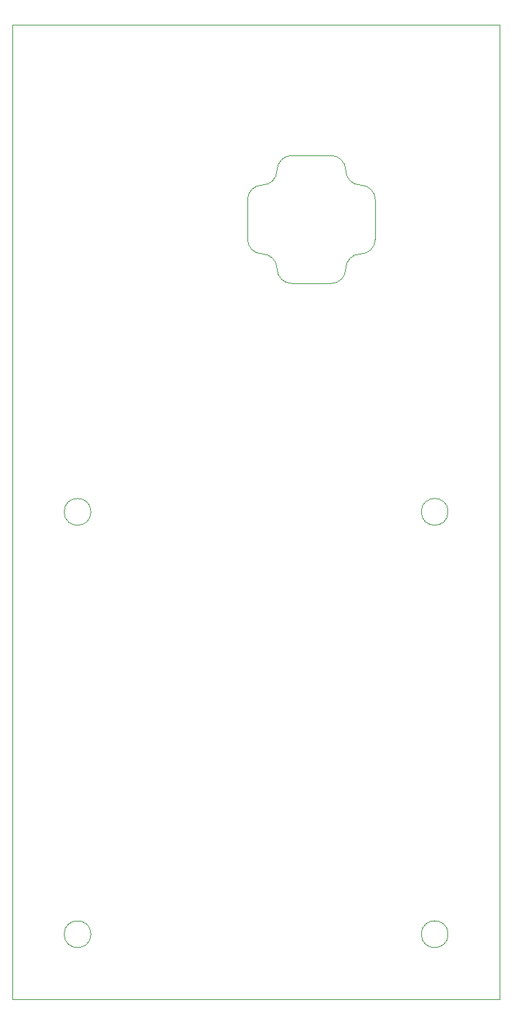
<source format=gbr>
%TF.GenerationSoftware,KiCad,Pcbnew,(6.0.11)*%
%TF.CreationDate,2023-06-04T21:12:16-05:00*%
%TF.ProjectId,Payload-Easy,5061796c-6f61-4642-9d45-6173792e6b69,1*%
%TF.SameCoordinates,Original*%
%TF.FileFunction,Profile,NP*%
%FSLAX46Y46*%
G04 Gerber Fmt 4.6, Leading zero omitted, Abs format (unit mm)*
G04 Created by KiCad (PCBNEW (6.0.11)) date 2023-06-04 21:12:16*
%MOMM*%
%LPD*%
G01*
G04 APERTURE LIST*
%TA.AperFunction,Profile*%
%ADD10C,0.100000*%
%TD*%
%TA.AperFunction,Profile*%
%ADD11C,0.010000*%
%TD*%
G04 APERTURE END LIST*
D10*
X163650000Y-100000000D02*
G75*
G03*
X163650000Y-100000000I-1650000J0D01*
G01*
X163650000Y-152000000D02*
G75*
G03*
X163650000Y-152000000I-1650000J0D01*
G01*
X110000000Y-40000000D02*
X170000000Y-40000000D01*
X170000000Y-40000000D02*
X170000000Y-160000000D01*
X170000000Y-160000000D02*
X110000000Y-160000000D01*
X110000000Y-160000000D02*
X110000000Y-40000000D01*
X119650000Y-152000000D02*
G75*
G03*
X119650000Y-152000000I-1650000J0D01*
G01*
X119650000Y-100000000D02*
G75*
G03*
X119650000Y-100000000I-1650000J0D01*
G01*
D11*
%TO.C,U103*%
X144397000Y-71883000D02*
X149227000Y-71883000D01*
X154687000Y-66423000D02*
X154687000Y-61593000D01*
X138937000Y-61593000D02*
X138937000Y-66423000D01*
X149227000Y-56133000D02*
X144397000Y-56133000D01*
X151047000Y-57953000D02*
G75*
G03*
X152867000Y-59773000I1820000J0D01*
G01*
X138937000Y-66423000D02*
G75*
G03*
X140757000Y-68243000I1820001J1D01*
G01*
X152867000Y-68243000D02*
G75*
G03*
X154687000Y-66423000I0J1820000D01*
G01*
X140757000Y-59773000D02*
G75*
G03*
X138937000Y-61593000I1J-1820001D01*
G01*
X149227000Y-71883000D02*
G75*
G03*
X151047000Y-70063000I0J1820000D01*
G01*
X140757000Y-59773000D02*
G75*
G03*
X142577000Y-57953000I-1J1820001D01*
G01*
X154687000Y-61593000D02*
G75*
G03*
X152867000Y-59773000I-1820000J0D01*
G01*
X142577000Y-70063000D02*
G75*
G03*
X144397000Y-71883000I1820001J1D01*
G01*
X151047000Y-57953000D02*
G75*
G03*
X149227000Y-56133000I-1820000J0D01*
G01*
X152867000Y-68243000D02*
G75*
G03*
X151047000Y-70063000I0J-1820000D01*
G01*
X144397000Y-56133000D02*
G75*
G03*
X142577000Y-57953000I1J-1820001D01*
G01*
X142577000Y-70063000D02*
G75*
G03*
X140757000Y-68243000I-1820001J-1D01*
G01*
%TD*%
M02*

</source>
